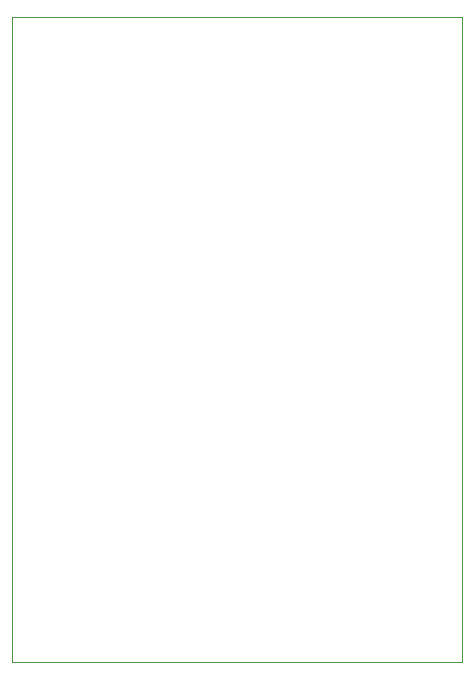
<source format=gm1>
G04 #@! TF.GenerationSoftware,KiCad,Pcbnew,(5.1.9)-1*
G04 #@! TF.CreationDate,2022-09-29T01:04:44-04:00*
G04 #@! TF.ProjectId,Cocoloca,436f636f-6c6f-4636-912e-6b696361645f,rev?*
G04 #@! TF.SameCoordinates,Original*
G04 #@! TF.FileFunction,Profile,NP*
%FSLAX46Y46*%
G04 Gerber Fmt 4.6, Leading zero omitted, Abs format (unit mm)*
G04 Created by KiCad (PCBNEW (5.1.9)-1) date 2022-09-29 01:04:44*
%MOMM*%
%LPD*%
G01*
G04 APERTURE LIST*
G04 #@! TA.AperFunction,Profile*
%ADD10C,0.050000*%
G04 #@! TD*
G04 APERTURE END LIST*
D10*
X116840000Y-77470000D02*
X154940000Y-77470000D01*
X154940000Y-132080000D02*
X154940000Y-77470000D01*
X116840000Y-132080000D02*
X154940000Y-132080000D01*
X116840000Y-77470000D02*
X116840000Y-132080000D01*
M02*

</source>
